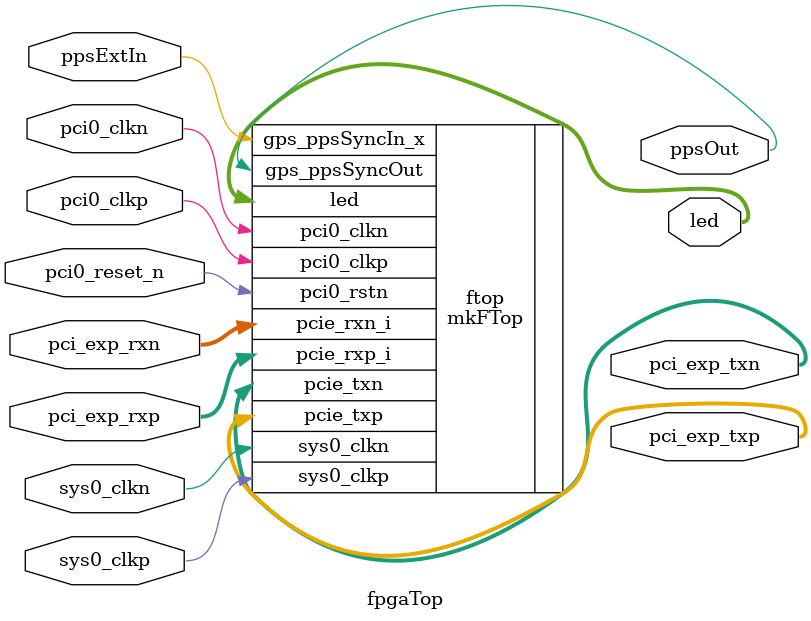
<source format=v>

module fpgaTop(
  input  wire        sys0_clkp,     // sys0 Clock +
  input  wire        sys0_clkn,     // sys0 Clock -
  input  wire        pci0_clkp,     // PCIe Clock +
  input  wire        pci0_clkn,     // PCIe Clock -
  input  wire        pci0_reset_n,  // PCIe Reset
  output wire [7:0]  pci_exp_txp,   // PCIe lanes...
  output wire [7:0]  pci_exp_txn,
  input  wire [7:0]  pci_exp_rxp,
  input  wire [7:0]  pci_exp_rxn,
  output wire [2:0]  led,            // LEDs ml555
  input  wire        ppsExtIn,       // PPS in
  output wire        ppsOut          // PPS out
);

// Instance and connect mkFTop...
 mkFTop ftop(
  .sys0_clkp         (sys0_clkp),
  .sys0_clkn         (sys0_clkn),
  .pci0_clkp         (pci0_clkp),
  .pci0_clkn         (pci0_clkn),
  .pci0_rstn         (pci0_reset_n),
  .pcie_rxp_i        (pci_exp_rxp),
  .pcie_rxn_i        (pci_exp_rxn),
  .pcie_txp          (pci_exp_txp),
  .pcie_txn          (pci_exp_txn),
  .led               (led),
  .gps_ppsSyncIn_x   (ppsExtIn),
  .gps_ppsSyncOut    (ppsOut) 
);

endmodule

</source>
